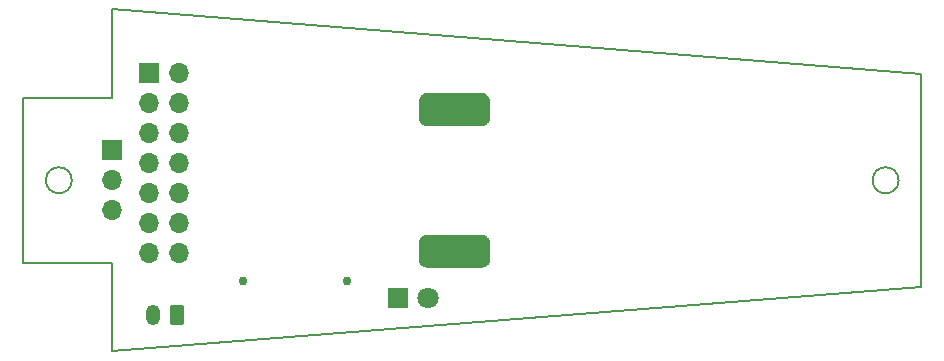
<source format=gbs>
G04 #@! TF.GenerationSoftware,KiCad,Pcbnew,5.1.5+dfsg1-2build2*
G04 #@! TF.CreationDate,2023-01-25T20:05:03+01:00*
G04 #@! TF.ProjectId,main,6d61696e-2e6b-4696-9361-645f70636258,rev?*
G04 #@! TF.SameCoordinates,Original*
G04 #@! TF.FileFunction,Soldermask,Bot*
G04 #@! TF.FilePolarity,Negative*
%FSLAX46Y46*%
G04 Gerber Fmt 4.6, Leading zero omitted, Abs format (unit mm)*
G04 Created by KiCad (PCBNEW 5.1.5+dfsg1-2build2) date 2023-01-25 20:05:03*
%MOMM*%
%LPD*%
G04 APERTURE LIST*
%ADD10C,0.150000*%
%ADD11R,1.800000X1.800000*%
%ADD12C,1.800000*%
%ADD13O,1.200000X1.750000*%
%ADD14R,1.700000X1.700000*%
%ADD15O,1.700000X1.700000*%
%ADD16C,0.750000*%
G04 APERTURE END LIST*
D10*
X171100000Y-100000000D02*
G75*
G03X171100000Y-100000000I-1100000J0D01*
G01*
X101100000Y-100000000D02*
G75*
G03X101100000Y-100000000I-1100000J0D01*
G01*
X97000000Y-93000000D02*
X97000000Y-107000000D01*
X104500000Y-85500000D02*
X104500000Y-93000000D01*
X104500000Y-114500000D02*
X104500000Y-107000000D01*
X104500000Y-107000000D02*
X97000000Y-107000000D01*
X104500000Y-93000000D02*
X97000000Y-93000000D01*
X104500000Y-114500000D02*
X173000000Y-109000000D01*
X173000000Y-91000000D02*
X173000000Y-109000000D01*
X104500000Y-85500000D02*
X173000000Y-91000000D01*
D11*
X128720000Y-110000000D03*
D12*
X131260000Y-110000000D03*
D10*
G36*
X135868612Y-104603371D02*
G01*
X135936563Y-104613450D01*
X136003199Y-104630142D01*
X136067878Y-104653284D01*
X136129978Y-104682655D01*
X136188899Y-104717971D01*
X136244075Y-104758893D01*
X136294975Y-104805025D01*
X136341107Y-104855925D01*
X136382029Y-104911101D01*
X136417345Y-104970022D01*
X136446716Y-105032122D01*
X136469858Y-105096801D01*
X136486550Y-105163437D01*
X136496629Y-105231388D01*
X136500000Y-105300000D01*
X136500000Y-106700000D01*
X136496629Y-106768612D01*
X136486550Y-106836563D01*
X136469858Y-106903199D01*
X136446716Y-106967878D01*
X136417345Y-107029978D01*
X136382029Y-107088899D01*
X136341107Y-107144075D01*
X136294975Y-107194975D01*
X136244075Y-107241107D01*
X136188899Y-107282029D01*
X136129978Y-107317345D01*
X136067878Y-107346716D01*
X136003199Y-107369858D01*
X135936563Y-107386550D01*
X135868612Y-107396629D01*
X135800000Y-107400000D01*
X131200000Y-107400000D01*
X131131388Y-107396629D01*
X131063437Y-107386550D01*
X130996801Y-107369858D01*
X130932122Y-107346716D01*
X130870022Y-107317345D01*
X130811101Y-107282029D01*
X130755925Y-107241107D01*
X130705025Y-107194975D01*
X130658893Y-107144075D01*
X130617971Y-107088899D01*
X130582655Y-107029978D01*
X130553284Y-106967878D01*
X130530142Y-106903199D01*
X130513450Y-106836563D01*
X130503371Y-106768612D01*
X130500000Y-106700000D01*
X130500000Y-105300000D01*
X130503371Y-105231388D01*
X130513450Y-105163437D01*
X130530142Y-105096801D01*
X130553284Y-105032122D01*
X130582655Y-104970022D01*
X130617971Y-104911101D01*
X130658893Y-104855925D01*
X130705025Y-104805025D01*
X130755925Y-104758893D01*
X130811101Y-104717971D01*
X130870022Y-104682655D01*
X130932122Y-104653284D01*
X130996801Y-104630142D01*
X131063437Y-104613450D01*
X131131388Y-104603371D01*
X131200000Y-104600000D01*
X135800000Y-104600000D01*
X135868612Y-104603371D01*
G37*
G36*
X135868612Y-92603371D02*
G01*
X135936563Y-92613450D01*
X136003199Y-92630142D01*
X136067878Y-92653284D01*
X136129978Y-92682655D01*
X136188899Y-92717971D01*
X136244075Y-92758893D01*
X136294975Y-92805025D01*
X136341107Y-92855925D01*
X136382029Y-92911101D01*
X136417345Y-92970022D01*
X136446716Y-93032122D01*
X136469858Y-93096801D01*
X136486550Y-93163437D01*
X136496629Y-93231388D01*
X136500000Y-93300000D01*
X136500000Y-94700000D01*
X136496629Y-94768612D01*
X136486550Y-94836563D01*
X136469858Y-94903199D01*
X136446716Y-94967878D01*
X136417345Y-95029978D01*
X136382029Y-95088899D01*
X136341107Y-95144075D01*
X136294975Y-95194975D01*
X136244075Y-95241107D01*
X136188899Y-95282029D01*
X136129978Y-95317345D01*
X136067878Y-95346716D01*
X136003199Y-95369858D01*
X135936563Y-95386550D01*
X135868612Y-95396629D01*
X135800000Y-95400000D01*
X131200000Y-95400000D01*
X131131388Y-95396629D01*
X131063437Y-95386550D01*
X130996801Y-95369858D01*
X130932122Y-95346716D01*
X130870022Y-95317345D01*
X130811101Y-95282029D01*
X130755925Y-95241107D01*
X130705025Y-95194975D01*
X130658893Y-95144075D01*
X130617971Y-95088899D01*
X130582655Y-95029978D01*
X130553284Y-94967878D01*
X130530142Y-94903199D01*
X130513450Y-94836563D01*
X130503371Y-94768612D01*
X130500000Y-94700000D01*
X130500000Y-93300000D01*
X130503371Y-93231388D01*
X130513450Y-93163437D01*
X130530142Y-93096801D01*
X130553284Y-93032122D01*
X130582655Y-92970022D01*
X130617971Y-92911101D01*
X130658893Y-92855925D01*
X130705025Y-92805025D01*
X130755925Y-92758893D01*
X130811101Y-92717971D01*
X130870022Y-92682655D01*
X130932122Y-92653284D01*
X130996801Y-92630142D01*
X131063437Y-92613450D01*
X131131388Y-92603371D01*
X131200000Y-92600000D01*
X135800000Y-92600000D01*
X135868612Y-92603371D01*
G37*
G36*
X110374505Y-110526204D02*
G01*
X110398773Y-110529804D01*
X110422572Y-110535765D01*
X110445671Y-110544030D01*
X110467850Y-110554520D01*
X110488893Y-110567132D01*
X110508599Y-110581747D01*
X110526777Y-110598223D01*
X110543253Y-110616401D01*
X110557868Y-110636107D01*
X110570480Y-110657150D01*
X110580970Y-110679329D01*
X110589235Y-110702428D01*
X110595196Y-110726227D01*
X110598796Y-110750495D01*
X110600000Y-110774999D01*
X110600000Y-112025001D01*
X110598796Y-112049505D01*
X110595196Y-112073773D01*
X110589235Y-112097572D01*
X110580970Y-112120671D01*
X110570480Y-112142850D01*
X110557868Y-112163893D01*
X110543253Y-112183599D01*
X110526777Y-112201777D01*
X110508599Y-112218253D01*
X110488893Y-112232868D01*
X110467850Y-112245480D01*
X110445671Y-112255970D01*
X110422572Y-112264235D01*
X110398773Y-112270196D01*
X110374505Y-112273796D01*
X110350001Y-112275000D01*
X109649999Y-112275000D01*
X109625495Y-112273796D01*
X109601227Y-112270196D01*
X109577428Y-112264235D01*
X109554329Y-112255970D01*
X109532150Y-112245480D01*
X109511107Y-112232868D01*
X109491401Y-112218253D01*
X109473223Y-112201777D01*
X109456747Y-112183599D01*
X109442132Y-112163893D01*
X109429520Y-112142850D01*
X109419030Y-112120671D01*
X109410765Y-112097572D01*
X109404804Y-112073773D01*
X109401204Y-112049505D01*
X109400000Y-112025001D01*
X109400000Y-110774999D01*
X109401204Y-110750495D01*
X109404804Y-110726227D01*
X109410765Y-110702428D01*
X109419030Y-110679329D01*
X109429520Y-110657150D01*
X109442132Y-110636107D01*
X109456747Y-110616401D01*
X109473223Y-110598223D01*
X109491401Y-110581747D01*
X109511107Y-110567132D01*
X109532150Y-110554520D01*
X109554329Y-110544030D01*
X109577428Y-110535765D01*
X109601227Y-110529804D01*
X109625495Y-110526204D01*
X109649999Y-110525000D01*
X110350001Y-110525000D01*
X110374505Y-110526204D01*
G37*
D13*
X108000000Y-111400000D03*
D14*
X104500000Y-97460000D03*
D15*
X104500000Y-100000000D03*
X104500000Y-102540000D03*
D16*
X124400000Y-108500000D03*
X115600000Y-108500000D03*
D14*
X107610000Y-90900000D03*
D15*
X110150000Y-90900000D03*
X107610000Y-93440000D03*
X110150000Y-93440000D03*
X107610000Y-95980000D03*
X110150000Y-95980000D03*
X107610000Y-98520000D03*
X110150000Y-98520000D03*
X107610000Y-101060000D03*
X110150000Y-101060000D03*
X107610000Y-103600000D03*
X110150000Y-103600000D03*
X107610000Y-106140000D03*
X110150000Y-106140000D03*
M02*

</source>
